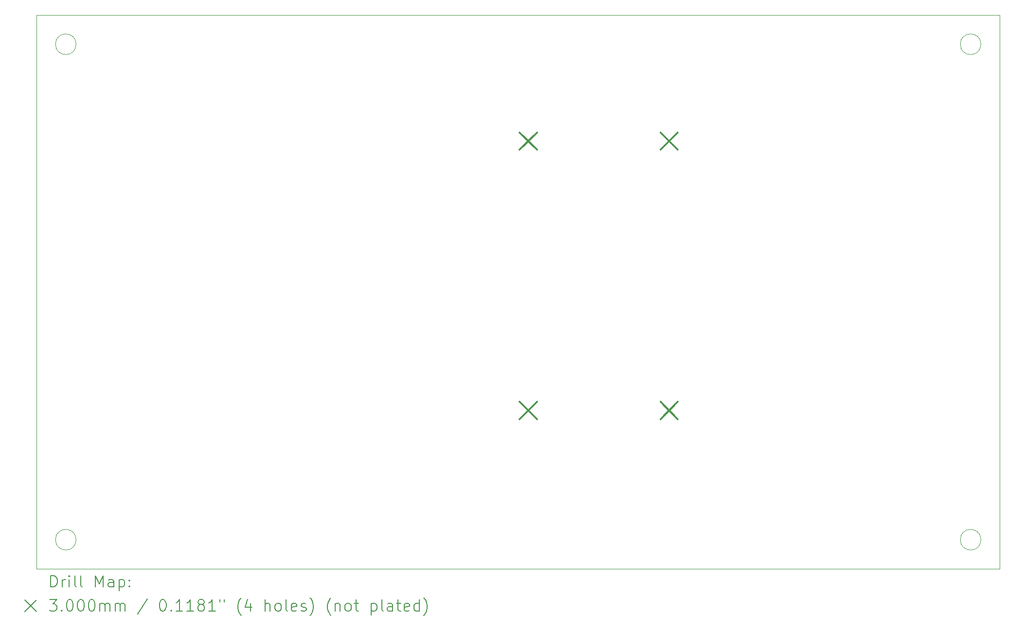
<source format=gbr>
%TF.GenerationSoftware,KiCad,Pcbnew,7.0.1-3b83917a11~171~ubuntu20.04.1*%
%TF.CreationDate,2023-03-14T09:38:24+01:00*%
%TF.ProjectId,FluidNC-BOB v1.1,466c7569-644e-4432-9d42-4f422076312e,rev?*%
%TF.SameCoordinates,Original*%
%TF.FileFunction,Drillmap*%
%TF.FilePolarity,Positive*%
%FSLAX45Y45*%
G04 Gerber Fmt 4.5, Leading zero omitted, Abs format (unit mm)*
G04 Created by KiCad (PCBNEW 7.0.1-3b83917a11~171~ubuntu20.04.1) date 2023-03-14 09:38:24*
%MOMM*%
%LPD*%
G01*
G04 APERTURE LIST*
%ADD10C,0.050000*%
%ADD11C,0.200000*%
%ADD12C,0.300000*%
G04 APERTURE END LIST*
D10*
X5080000Y-13081000D02*
X5080000Y-3429000D01*
X5767605Y-3937000D02*
G75*
G03*
X5767605Y-3937000I-179605J0D01*
G01*
X21844000Y-3429000D02*
X21844000Y-13081000D01*
X21515605Y-12573000D02*
G75*
G03*
X21515605Y-12573000I-179605J0D01*
G01*
X5767605Y-12573000D02*
G75*
G03*
X5767605Y-12573000I-179605J0D01*
G01*
X21515605Y-3937000D02*
G75*
G03*
X21515605Y-3937000I-179605J0D01*
G01*
X5080000Y-3429000D02*
X21844000Y-3429000D01*
X21844000Y-13081000D02*
X5080000Y-13081000D01*
D11*
D12*
X13486000Y-5476000D02*
X13786000Y-5776000D01*
X13786000Y-5476000D02*
X13486000Y-5776000D01*
X13486000Y-10171000D02*
X13786000Y-10471000D01*
X13786000Y-10171000D02*
X13486000Y-10471000D01*
X15937000Y-5476000D02*
X16237000Y-5776000D01*
X16237000Y-5476000D02*
X15937000Y-5776000D01*
X15937000Y-10171000D02*
X16237000Y-10471000D01*
X16237000Y-10171000D02*
X15937000Y-10471000D01*
D11*
X5325119Y-13396024D02*
X5325119Y-13196024D01*
X5325119Y-13196024D02*
X5372738Y-13196024D01*
X5372738Y-13196024D02*
X5401310Y-13205548D01*
X5401310Y-13205548D02*
X5420357Y-13224595D01*
X5420357Y-13224595D02*
X5429881Y-13243643D01*
X5429881Y-13243643D02*
X5439405Y-13281738D01*
X5439405Y-13281738D02*
X5439405Y-13310309D01*
X5439405Y-13310309D02*
X5429881Y-13348405D01*
X5429881Y-13348405D02*
X5420357Y-13367452D01*
X5420357Y-13367452D02*
X5401310Y-13386500D01*
X5401310Y-13386500D02*
X5372738Y-13396024D01*
X5372738Y-13396024D02*
X5325119Y-13396024D01*
X5525119Y-13396024D02*
X5525119Y-13262690D01*
X5525119Y-13300786D02*
X5534643Y-13281738D01*
X5534643Y-13281738D02*
X5544167Y-13272214D01*
X5544167Y-13272214D02*
X5563214Y-13262690D01*
X5563214Y-13262690D02*
X5582262Y-13262690D01*
X5648928Y-13396024D02*
X5648928Y-13262690D01*
X5648928Y-13196024D02*
X5639405Y-13205548D01*
X5639405Y-13205548D02*
X5648928Y-13215071D01*
X5648928Y-13215071D02*
X5658452Y-13205548D01*
X5658452Y-13205548D02*
X5648928Y-13196024D01*
X5648928Y-13196024D02*
X5648928Y-13215071D01*
X5772738Y-13396024D02*
X5753690Y-13386500D01*
X5753690Y-13386500D02*
X5744167Y-13367452D01*
X5744167Y-13367452D02*
X5744167Y-13196024D01*
X5877500Y-13396024D02*
X5858452Y-13386500D01*
X5858452Y-13386500D02*
X5848928Y-13367452D01*
X5848928Y-13367452D02*
X5848928Y-13196024D01*
X6106071Y-13396024D02*
X6106071Y-13196024D01*
X6106071Y-13196024D02*
X6172738Y-13338881D01*
X6172738Y-13338881D02*
X6239405Y-13196024D01*
X6239405Y-13196024D02*
X6239405Y-13396024D01*
X6420357Y-13396024D02*
X6420357Y-13291262D01*
X6420357Y-13291262D02*
X6410833Y-13272214D01*
X6410833Y-13272214D02*
X6391786Y-13262690D01*
X6391786Y-13262690D02*
X6353690Y-13262690D01*
X6353690Y-13262690D02*
X6334643Y-13272214D01*
X6420357Y-13386500D02*
X6401309Y-13396024D01*
X6401309Y-13396024D02*
X6353690Y-13396024D01*
X6353690Y-13396024D02*
X6334643Y-13386500D01*
X6334643Y-13386500D02*
X6325119Y-13367452D01*
X6325119Y-13367452D02*
X6325119Y-13348405D01*
X6325119Y-13348405D02*
X6334643Y-13329357D01*
X6334643Y-13329357D02*
X6353690Y-13319833D01*
X6353690Y-13319833D02*
X6401309Y-13319833D01*
X6401309Y-13319833D02*
X6420357Y-13310309D01*
X6515595Y-13262690D02*
X6515595Y-13462690D01*
X6515595Y-13272214D02*
X6534643Y-13262690D01*
X6534643Y-13262690D02*
X6572738Y-13262690D01*
X6572738Y-13262690D02*
X6591786Y-13272214D01*
X6591786Y-13272214D02*
X6601309Y-13281738D01*
X6601309Y-13281738D02*
X6610833Y-13300786D01*
X6610833Y-13300786D02*
X6610833Y-13357928D01*
X6610833Y-13357928D02*
X6601309Y-13376976D01*
X6601309Y-13376976D02*
X6591786Y-13386500D01*
X6591786Y-13386500D02*
X6572738Y-13396024D01*
X6572738Y-13396024D02*
X6534643Y-13396024D01*
X6534643Y-13396024D02*
X6515595Y-13386500D01*
X6696548Y-13376976D02*
X6706071Y-13386500D01*
X6706071Y-13386500D02*
X6696548Y-13396024D01*
X6696548Y-13396024D02*
X6687024Y-13386500D01*
X6687024Y-13386500D02*
X6696548Y-13376976D01*
X6696548Y-13376976D02*
X6696548Y-13396024D01*
X6696548Y-13272214D02*
X6706071Y-13281738D01*
X6706071Y-13281738D02*
X6696548Y-13291262D01*
X6696548Y-13291262D02*
X6687024Y-13281738D01*
X6687024Y-13281738D02*
X6696548Y-13272214D01*
X6696548Y-13272214D02*
X6696548Y-13291262D01*
X4877500Y-13623500D02*
X5077500Y-13823500D01*
X5077500Y-13623500D02*
X4877500Y-13823500D01*
X5306071Y-13616024D02*
X5429881Y-13616024D01*
X5429881Y-13616024D02*
X5363214Y-13692214D01*
X5363214Y-13692214D02*
X5391786Y-13692214D01*
X5391786Y-13692214D02*
X5410833Y-13701738D01*
X5410833Y-13701738D02*
X5420357Y-13711262D01*
X5420357Y-13711262D02*
X5429881Y-13730309D01*
X5429881Y-13730309D02*
X5429881Y-13777928D01*
X5429881Y-13777928D02*
X5420357Y-13796976D01*
X5420357Y-13796976D02*
X5410833Y-13806500D01*
X5410833Y-13806500D02*
X5391786Y-13816024D01*
X5391786Y-13816024D02*
X5334643Y-13816024D01*
X5334643Y-13816024D02*
X5315595Y-13806500D01*
X5315595Y-13806500D02*
X5306071Y-13796976D01*
X5515595Y-13796976D02*
X5525119Y-13806500D01*
X5525119Y-13806500D02*
X5515595Y-13816024D01*
X5515595Y-13816024D02*
X5506071Y-13806500D01*
X5506071Y-13806500D02*
X5515595Y-13796976D01*
X5515595Y-13796976D02*
X5515595Y-13816024D01*
X5648928Y-13616024D02*
X5667976Y-13616024D01*
X5667976Y-13616024D02*
X5687024Y-13625548D01*
X5687024Y-13625548D02*
X5696548Y-13635071D01*
X5696548Y-13635071D02*
X5706071Y-13654119D01*
X5706071Y-13654119D02*
X5715595Y-13692214D01*
X5715595Y-13692214D02*
X5715595Y-13739833D01*
X5715595Y-13739833D02*
X5706071Y-13777928D01*
X5706071Y-13777928D02*
X5696548Y-13796976D01*
X5696548Y-13796976D02*
X5687024Y-13806500D01*
X5687024Y-13806500D02*
X5667976Y-13816024D01*
X5667976Y-13816024D02*
X5648928Y-13816024D01*
X5648928Y-13816024D02*
X5629881Y-13806500D01*
X5629881Y-13806500D02*
X5620357Y-13796976D01*
X5620357Y-13796976D02*
X5610833Y-13777928D01*
X5610833Y-13777928D02*
X5601309Y-13739833D01*
X5601309Y-13739833D02*
X5601309Y-13692214D01*
X5601309Y-13692214D02*
X5610833Y-13654119D01*
X5610833Y-13654119D02*
X5620357Y-13635071D01*
X5620357Y-13635071D02*
X5629881Y-13625548D01*
X5629881Y-13625548D02*
X5648928Y-13616024D01*
X5839405Y-13616024D02*
X5858452Y-13616024D01*
X5858452Y-13616024D02*
X5877500Y-13625548D01*
X5877500Y-13625548D02*
X5887024Y-13635071D01*
X5887024Y-13635071D02*
X5896548Y-13654119D01*
X5896548Y-13654119D02*
X5906071Y-13692214D01*
X5906071Y-13692214D02*
X5906071Y-13739833D01*
X5906071Y-13739833D02*
X5896548Y-13777928D01*
X5896548Y-13777928D02*
X5887024Y-13796976D01*
X5887024Y-13796976D02*
X5877500Y-13806500D01*
X5877500Y-13806500D02*
X5858452Y-13816024D01*
X5858452Y-13816024D02*
X5839405Y-13816024D01*
X5839405Y-13816024D02*
X5820357Y-13806500D01*
X5820357Y-13806500D02*
X5810833Y-13796976D01*
X5810833Y-13796976D02*
X5801309Y-13777928D01*
X5801309Y-13777928D02*
X5791786Y-13739833D01*
X5791786Y-13739833D02*
X5791786Y-13692214D01*
X5791786Y-13692214D02*
X5801309Y-13654119D01*
X5801309Y-13654119D02*
X5810833Y-13635071D01*
X5810833Y-13635071D02*
X5820357Y-13625548D01*
X5820357Y-13625548D02*
X5839405Y-13616024D01*
X6029881Y-13616024D02*
X6048929Y-13616024D01*
X6048929Y-13616024D02*
X6067976Y-13625548D01*
X6067976Y-13625548D02*
X6077500Y-13635071D01*
X6077500Y-13635071D02*
X6087024Y-13654119D01*
X6087024Y-13654119D02*
X6096548Y-13692214D01*
X6096548Y-13692214D02*
X6096548Y-13739833D01*
X6096548Y-13739833D02*
X6087024Y-13777928D01*
X6087024Y-13777928D02*
X6077500Y-13796976D01*
X6077500Y-13796976D02*
X6067976Y-13806500D01*
X6067976Y-13806500D02*
X6048929Y-13816024D01*
X6048929Y-13816024D02*
X6029881Y-13816024D01*
X6029881Y-13816024D02*
X6010833Y-13806500D01*
X6010833Y-13806500D02*
X6001309Y-13796976D01*
X6001309Y-13796976D02*
X5991786Y-13777928D01*
X5991786Y-13777928D02*
X5982262Y-13739833D01*
X5982262Y-13739833D02*
X5982262Y-13692214D01*
X5982262Y-13692214D02*
X5991786Y-13654119D01*
X5991786Y-13654119D02*
X6001309Y-13635071D01*
X6001309Y-13635071D02*
X6010833Y-13625548D01*
X6010833Y-13625548D02*
X6029881Y-13616024D01*
X6182262Y-13816024D02*
X6182262Y-13682690D01*
X6182262Y-13701738D02*
X6191786Y-13692214D01*
X6191786Y-13692214D02*
X6210833Y-13682690D01*
X6210833Y-13682690D02*
X6239405Y-13682690D01*
X6239405Y-13682690D02*
X6258452Y-13692214D01*
X6258452Y-13692214D02*
X6267976Y-13711262D01*
X6267976Y-13711262D02*
X6267976Y-13816024D01*
X6267976Y-13711262D02*
X6277500Y-13692214D01*
X6277500Y-13692214D02*
X6296548Y-13682690D01*
X6296548Y-13682690D02*
X6325119Y-13682690D01*
X6325119Y-13682690D02*
X6344167Y-13692214D01*
X6344167Y-13692214D02*
X6353690Y-13711262D01*
X6353690Y-13711262D02*
X6353690Y-13816024D01*
X6448929Y-13816024D02*
X6448929Y-13682690D01*
X6448929Y-13701738D02*
X6458452Y-13692214D01*
X6458452Y-13692214D02*
X6477500Y-13682690D01*
X6477500Y-13682690D02*
X6506071Y-13682690D01*
X6506071Y-13682690D02*
X6525119Y-13692214D01*
X6525119Y-13692214D02*
X6534643Y-13711262D01*
X6534643Y-13711262D02*
X6534643Y-13816024D01*
X6534643Y-13711262D02*
X6544167Y-13692214D01*
X6544167Y-13692214D02*
X6563214Y-13682690D01*
X6563214Y-13682690D02*
X6591786Y-13682690D01*
X6591786Y-13682690D02*
X6610833Y-13692214D01*
X6610833Y-13692214D02*
X6620357Y-13711262D01*
X6620357Y-13711262D02*
X6620357Y-13816024D01*
X7010833Y-13606500D02*
X6839405Y-13863643D01*
X7267976Y-13616024D02*
X7287024Y-13616024D01*
X7287024Y-13616024D02*
X7306072Y-13625548D01*
X7306072Y-13625548D02*
X7315595Y-13635071D01*
X7315595Y-13635071D02*
X7325119Y-13654119D01*
X7325119Y-13654119D02*
X7334643Y-13692214D01*
X7334643Y-13692214D02*
X7334643Y-13739833D01*
X7334643Y-13739833D02*
X7325119Y-13777928D01*
X7325119Y-13777928D02*
X7315595Y-13796976D01*
X7315595Y-13796976D02*
X7306072Y-13806500D01*
X7306072Y-13806500D02*
X7287024Y-13816024D01*
X7287024Y-13816024D02*
X7267976Y-13816024D01*
X7267976Y-13816024D02*
X7248929Y-13806500D01*
X7248929Y-13806500D02*
X7239405Y-13796976D01*
X7239405Y-13796976D02*
X7229881Y-13777928D01*
X7229881Y-13777928D02*
X7220357Y-13739833D01*
X7220357Y-13739833D02*
X7220357Y-13692214D01*
X7220357Y-13692214D02*
X7229881Y-13654119D01*
X7229881Y-13654119D02*
X7239405Y-13635071D01*
X7239405Y-13635071D02*
X7248929Y-13625548D01*
X7248929Y-13625548D02*
X7267976Y-13616024D01*
X7420357Y-13796976D02*
X7429881Y-13806500D01*
X7429881Y-13806500D02*
X7420357Y-13816024D01*
X7420357Y-13816024D02*
X7410833Y-13806500D01*
X7410833Y-13806500D02*
X7420357Y-13796976D01*
X7420357Y-13796976D02*
X7420357Y-13816024D01*
X7620357Y-13816024D02*
X7506072Y-13816024D01*
X7563214Y-13816024D02*
X7563214Y-13616024D01*
X7563214Y-13616024D02*
X7544167Y-13644595D01*
X7544167Y-13644595D02*
X7525119Y-13663643D01*
X7525119Y-13663643D02*
X7506072Y-13673167D01*
X7810833Y-13816024D02*
X7696548Y-13816024D01*
X7753691Y-13816024D02*
X7753691Y-13616024D01*
X7753691Y-13616024D02*
X7734643Y-13644595D01*
X7734643Y-13644595D02*
X7715595Y-13663643D01*
X7715595Y-13663643D02*
X7696548Y-13673167D01*
X7925119Y-13701738D02*
X7906072Y-13692214D01*
X7906072Y-13692214D02*
X7896548Y-13682690D01*
X7896548Y-13682690D02*
X7887024Y-13663643D01*
X7887024Y-13663643D02*
X7887024Y-13654119D01*
X7887024Y-13654119D02*
X7896548Y-13635071D01*
X7896548Y-13635071D02*
X7906072Y-13625548D01*
X7906072Y-13625548D02*
X7925119Y-13616024D01*
X7925119Y-13616024D02*
X7963214Y-13616024D01*
X7963214Y-13616024D02*
X7982262Y-13625548D01*
X7982262Y-13625548D02*
X7991786Y-13635071D01*
X7991786Y-13635071D02*
X8001310Y-13654119D01*
X8001310Y-13654119D02*
X8001310Y-13663643D01*
X8001310Y-13663643D02*
X7991786Y-13682690D01*
X7991786Y-13682690D02*
X7982262Y-13692214D01*
X7982262Y-13692214D02*
X7963214Y-13701738D01*
X7963214Y-13701738D02*
X7925119Y-13701738D01*
X7925119Y-13701738D02*
X7906072Y-13711262D01*
X7906072Y-13711262D02*
X7896548Y-13720786D01*
X7896548Y-13720786D02*
X7887024Y-13739833D01*
X7887024Y-13739833D02*
X7887024Y-13777928D01*
X7887024Y-13777928D02*
X7896548Y-13796976D01*
X7896548Y-13796976D02*
X7906072Y-13806500D01*
X7906072Y-13806500D02*
X7925119Y-13816024D01*
X7925119Y-13816024D02*
X7963214Y-13816024D01*
X7963214Y-13816024D02*
X7982262Y-13806500D01*
X7982262Y-13806500D02*
X7991786Y-13796976D01*
X7991786Y-13796976D02*
X8001310Y-13777928D01*
X8001310Y-13777928D02*
X8001310Y-13739833D01*
X8001310Y-13739833D02*
X7991786Y-13720786D01*
X7991786Y-13720786D02*
X7982262Y-13711262D01*
X7982262Y-13711262D02*
X7963214Y-13701738D01*
X8191786Y-13816024D02*
X8077500Y-13816024D01*
X8134643Y-13816024D02*
X8134643Y-13616024D01*
X8134643Y-13616024D02*
X8115595Y-13644595D01*
X8115595Y-13644595D02*
X8096548Y-13663643D01*
X8096548Y-13663643D02*
X8077500Y-13673167D01*
X8267976Y-13616024D02*
X8267976Y-13654119D01*
X8344167Y-13616024D02*
X8344167Y-13654119D01*
X8639405Y-13892214D02*
X8629881Y-13882690D01*
X8629881Y-13882690D02*
X8610834Y-13854119D01*
X8610834Y-13854119D02*
X8601310Y-13835071D01*
X8601310Y-13835071D02*
X8591786Y-13806500D01*
X8591786Y-13806500D02*
X8582262Y-13758881D01*
X8582262Y-13758881D02*
X8582262Y-13720786D01*
X8582262Y-13720786D02*
X8591786Y-13673167D01*
X8591786Y-13673167D02*
X8601310Y-13644595D01*
X8601310Y-13644595D02*
X8610834Y-13625548D01*
X8610834Y-13625548D02*
X8629881Y-13596976D01*
X8629881Y-13596976D02*
X8639405Y-13587452D01*
X8801310Y-13682690D02*
X8801310Y-13816024D01*
X8753691Y-13606500D02*
X8706072Y-13749357D01*
X8706072Y-13749357D02*
X8829881Y-13749357D01*
X9058453Y-13816024D02*
X9058453Y-13616024D01*
X9144167Y-13816024D02*
X9144167Y-13711262D01*
X9144167Y-13711262D02*
X9134643Y-13692214D01*
X9134643Y-13692214D02*
X9115596Y-13682690D01*
X9115596Y-13682690D02*
X9087024Y-13682690D01*
X9087024Y-13682690D02*
X9067977Y-13692214D01*
X9067977Y-13692214D02*
X9058453Y-13701738D01*
X9267977Y-13816024D02*
X9248929Y-13806500D01*
X9248929Y-13806500D02*
X9239405Y-13796976D01*
X9239405Y-13796976D02*
X9229881Y-13777928D01*
X9229881Y-13777928D02*
X9229881Y-13720786D01*
X9229881Y-13720786D02*
X9239405Y-13701738D01*
X9239405Y-13701738D02*
X9248929Y-13692214D01*
X9248929Y-13692214D02*
X9267977Y-13682690D01*
X9267977Y-13682690D02*
X9296548Y-13682690D01*
X9296548Y-13682690D02*
X9315596Y-13692214D01*
X9315596Y-13692214D02*
X9325119Y-13701738D01*
X9325119Y-13701738D02*
X9334643Y-13720786D01*
X9334643Y-13720786D02*
X9334643Y-13777928D01*
X9334643Y-13777928D02*
X9325119Y-13796976D01*
X9325119Y-13796976D02*
X9315596Y-13806500D01*
X9315596Y-13806500D02*
X9296548Y-13816024D01*
X9296548Y-13816024D02*
X9267977Y-13816024D01*
X9448929Y-13816024D02*
X9429881Y-13806500D01*
X9429881Y-13806500D02*
X9420358Y-13787452D01*
X9420358Y-13787452D02*
X9420358Y-13616024D01*
X9601310Y-13806500D02*
X9582262Y-13816024D01*
X9582262Y-13816024D02*
X9544167Y-13816024D01*
X9544167Y-13816024D02*
X9525119Y-13806500D01*
X9525119Y-13806500D02*
X9515596Y-13787452D01*
X9515596Y-13787452D02*
X9515596Y-13711262D01*
X9515596Y-13711262D02*
X9525119Y-13692214D01*
X9525119Y-13692214D02*
X9544167Y-13682690D01*
X9544167Y-13682690D02*
X9582262Y-13682690D01*
X9582262Y-13682690D02*
X9601310Y-13692214D01*
X9601310Y-13692214D02*
X9610834Y-13711262D01*
X9610834Y-13711262D02*
X9610834Y-13730309D01*
X9610834Y-13730309D02*
X9515596Y-13749357D01*
X9687024Y-13806500D02*
X9706072Y-13816024D01*
X9706072Y-13816024D02*
X9744167Y-13816024D01*
X9744167Y-13816024D02*
X9763215Y-13806500D01*
X9763215Y-13806500D02*
X9772739Y-13787452D01*
X9772739Y-13787452D02*
X9772739Y-13777928D01*
X9772739Y-13777928D02*
X9763215Y-13758881D01*
X9763215Y-13758881D02*
X9744167Y-13749357D01*
X9744167Y-13749357D02*
X9715596Y-13749357D01*
X9715596Y-13749357D02*
X9696548Y-13739833D01*
X9696548Y-13739833D02*
X9687024Y-13720786D01*
X9687024Y-13720786D02*
X9687024Y-13711262D01*
X9687024Y-13711262D02*
X9696548Y-13692214D01*
X9696548Y-13692214D02*
X9715596Y-13682690D01*
X9715596Y-13682690D02*
X9744167Y-13682690D01*
X9744167Y-13682690D02*
X9763215Y-13692214D01*
X9839405Y-13892214D02*
X9848929Y-13882690D01*
X9848929Y-13882690D02*
X9867977Y-13854119D01*
X9867977Y-13854119D02*
X9877500Y-13835071D01*
X9877500Y-13835071D02*
X9887024Y-13806500D01*
X9887024Y-13806500D02*
X9896548Y-13758881D01*
X9896548Y-13758881D02*
X9896548Y-13720786D01*
X9896548Y-13720786D02*
X9887024Y-13673167D01*
X9887024Y-13673167D02*
X9877500Y-13644595D01*
X9877500Y-13644595D02*
X9867977Y-13625548D01*
X9867977Y-13625548D02*
X9848929Y-13596976D01*
X9848929Y-13596976D02*
X9839405Y-13587452D01*
X10201310Y-13892214D02*
X10191786Y-13882690D01*
X10191786Y-13882690D02*
X10172739Y-13854119D01*
X10172739Y-13854119D02*
X10163215Y-13835071D01*
X10163215Y-13835071D02*
X10153691Y-13806500D01*
X10153691Y-13806500D02*
X10144167Y-13758881D01*
X10144167Y-13758881D02*
X10144167Y-13720786D01*
X10144167Y-13720786D02*
X10153691Y-13673167D01*
X10153691Y-13673167D02*
X10163215Y-13644595D01*
X10163215Y-13644595D02*
X10172739Y-13625548D01*
X10172739Y-13625548D02*
X10191786Y-13596976D01*
X10191786Y-13596976D02*
X10201310Y-13587452D01*
X10277500Y-13682690D02*
X10277500Y-13816024D01*
X10277500Y-13701738D02*
X10287024Y-13692214D01*
X10287024Y-13692214D02*
X10306072Y-13682690D01*
X10306072Y-13682690D02*
X10334643Y-13682690D01*
X10334643Y-13682690D02*
X10353691Y-13692214D01*
X10353691Y-13692214D02*
X10363215Y-13711262D01*
X10363215Y-13711262D02*
X10363215Y-13816024D01*
X10487024Y-13816024D02*
X10467977Y-13806500D01*
X10467977Y-13806500D02*
X10458453Y-13796976D01*
X10458453Y-13796976D02*
X10448929Y-13777928D01*
X10448929Y-13777928D02*
X10448929Y-13720786D01*
X10448929Y-13720786D02*
X10458453Y-13701738D01*
X10458453Y-13701738D02*
X10467977Y-13692214D01*
X10467977Y-13692214D02*
X10487024Y-13682690D01*
X10487024Y-13682690D02*
X10515596Y-13682690D01*
X10515596Y-13682690D02*
X10534643Y-13692214D01*
X10534643Y-13692214D02*
X10544167Y-13701738D01*
X10544167Y-13701738D02*
X10553691Y-13720786D01*
X10553691Y-13720786D02*
X10553691Y-13777928D01*
X10553691Y-13777928D02*
X10544167Y-13796976D01*
X10544167Y-13796976D02*
X10534643Y-13806500D01*
X10534643Y-13806500D02*
X10515596Y-13816024D01*
X10515596Y-13816024D02*
X10487024Y-13816024D01*
X10610834Y-13682690D02*
X10687024Y-13682690D01*
X10639405Y-13616024D02*
X10639405Y-13787452D01*
X10639405Y-13787452D02*
X10648929Y-13806500D01*
X10648929Y-13806500D02*
X10667977Y-13816024D01*
X10667977Y-13816024D02*
X10687024Y-13816024D01*
X10906072Y-13682690D02*
X10906072Y-13882690D01*
X10906072Y-13692214D02*
X10925120Y-13682690D01*
X10925120Y-13682690D02*
X10963215Y-13682690D01*
X10963215Y-13682690D02*
X10982262Y-13692214D01*
X10982262Y-13692214D02*
X10991786Y-13701738D01*
X10991786Y-13701738D02*
X11001310Y-13720786D01*
X11001310Y-13720786D02*
X11001310Y-13777928D01*
X11001310Y-13777928D02*
X10991786Y-13796976D01*
X10991786Y-13796976D02*
X10982262Y-13806500D01*
X10982262Y-13806500D02*
X10963215Y-13816024D01*
X10963215Y-13816024D02*
X10925120Y-13816024D01*
X10925120Y-13816024D02*
X10906072Y-13806500D01*
X11115596Y-13816024D02*
X11096548Y-13806500D01*
X11096548Y-13806500D02*
X11087024Y-13787452D01*
X11087024Y-13787452D02*
X11087024Y-13616024D01*
X11277500Y-13816024D02*
X11277500Y-13711262D01*
X11277500Y-13711262D02*
X11267977Y-13692214D01*
X11267977Y-13692214D02*
X11248929Y-13682690D01*
X11248929Y-13682690D02*
X11210834Y-13682690D01*
X11210834Y-13682690D02*
X11191786Y-13692214D01*
X11277500Y-13806500D02*
X11258453Y-13816024D01*
X11258453Y-13816024D02*
X11210834Y-13816024D01*
X11210834Y-13816024D02*
X11191786Y-13806500D01*
X11191786Y-13806500D02*
X11182262Y-13787452D01*
X11182262Y-13787452D02*
X11182262Y-13768405D01*
X11182262Y-13768405D02*
X11191786Y-13749357D01*
X11191786Y-13749357D02*
X11210834Y-13739833D01*
X11210834Y-13739833D02*
X11258453Y-13739833D01*
X11258453Y-13739833D02*
X11277500Y-13730309D01*
X11344167Y-13682690D02*
X11420358Y-13682690D01*
X11372739Y-13616024D02*
X11372739Y-13787452D01*
X11372739Y-13787452D02*
X11382262Y-13806500D01*
X11382262Y-13806500D02*
X11401310Y-13816024D01*
X11401310Y-13816024D02*
X11420358Y-13816024D01*
X11563215Y-13806500D02*
X11544167Y-13816024D01*
X11544167Y-13816024D02*
X11506072Y-13816024D01*
X11506072Y-13816024D02*
X11487024Y-13806500D01*
X11487024Y-13806500D02*
X11477500Y-13787452D01*
X11477500Y-13787452D02*
X11477500Y-13711262D01*
X11477500Y-13711262D02*
X11487024Y-13692214D01*
X11487024Y-13692214D02*
X11506072Y-13682690D01*
X11506072Y-13682690D02*
X11544167Y-13682690D01*
X11544167Y-13682690D02*
X11563215Y-13692214D01*
X11563215Y-13692214D02*
X11572739Y-13711262D01*
X11572739Y-13711262D02*
X11572739Y-13730309D01*
X11572739Y-13730309D02*
X11477500Y-13749357D01*
X11744167Y-13816024D02*
X11744167Y-13616024D01*
X11744167Y-13806500D02*
X11725120Y-13816024D01*
X11725120Y-13816024D02*
X11687024Y-13816024D01*
X11687024Y-13816024D02*
X11667977Y-13806500D01*
X11667977Y-13806500D02*
X11658453Y-13796976D01*
X11658453Y-13796976D02*
X11648929Y-13777928D01*
X11648929Y-13777928D02*
X11648929Y-13720786D01*
X11648929Y-13720786D02*
X11658453Y-13701738D01*
X11658453Y-13701738D02*
X11667977Y-13692214D01*
X11667977Y-13692214D02*
X11687024Y-13682690D01*
X11687024Y-13682690D02*
X11725120Y-13682690D01*
X11725120Y-13682690D02*
X11744167Y-13692214D01*
X11820358Y-13892214D02*
X11829881Y-13882690D01*
X11829881Y-13882690D02*
X11848929Y-13854119D01*
X11848929Y-13854119D02*
X11858453Y-13835071D01*
X11858453Y-13835071D02*
X11867977Y-13806500D01*
X11867977Y-13806500D02*
X11877500Y-13758881D01*
X11877500Y-13758881D02*
X11877500Y-13720786D01*
X11877500Y-13720786D02*
X11867977Y-13673167D01*
X11867977Y-13673167D02*
X11858453Y-13644595D01*
X11858453Y-13644595D02*
X11848929Y-13625548D01*
X11848929Y-13625548D02*
X11829881Y-13596976D01*
X11829881Y-13596976D02*
X11820358Y-13587452D01*
M02*

</source>
